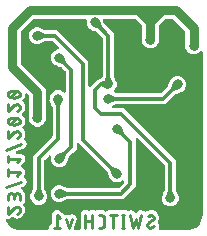
<source format=gbr>
G04 EAGLE Gerber RS-274X export*
G75*
%MOMM*%
%FSLAX34Y34*%
%LPD*%
%INBottom Copper*%
%IPPOS*%
%AMOC8*
5,1,8,0,0,1.08239X$1,22.5*%
G01*
%ADD10C,0.228600*%
%ADD11C,0.800000*%
%ADD12C,0.304800*%
%ADD13C,0.800000*%

G36*
X39641Y3826D02*
X39641Y3826D01*
X39759Y3833D01*
X39798Y3846D01*
X39838Y3851D01*
X39949Y3894D01*
X40062Y3931D01*
X40096Y3953D01*
X40134Y3968D01*
X40230Y4037D01*
X40330Y4101D01*
X40358Y4131D01*
X40391Y4154D01*
X40467Y4246D01*
X40548Y4333D01*
X40568Y4368D01*
X40594Y4399D01*
X40644Y4507D01*
X40702Y4611D01*
X40712Y4651D01*
X40729Y4687D01*
X40752Y4804D01*
X40781Y4919D01*
X40785Y4979D01*
X40789Y4999D01*
X40788Y5020D01*
X40792Y5080D01*
X40792Y7879D01*
X43313Y10400D01*
X43373Y10479D01*
X43441Y10551D01*
X43470Y10604D01*
X43508Y10652D01*
X43547Y10743D01*
X43595Y10829D01*
X43610Y10888D01*
X43634Y10943D01*
X43649Y11041D01*
X43674Y11137D01*
X43681Y11237D01*
X43684Y11258D01*
X43683Y11270D01*
X43684Y11298D01*
X43684Y16255D01*
X43683Y16269D01*
X43677Y16395D01*
X43514Y17856D01*
X43572Y17951D01*
X43581Y17979D01*
X43595Y18004D01*
X43627Y18130D01*
X43666Y18255D01*
X43667Y18275D01*
X44698Y19307D01*
X44707Y19319D01*
X44792Y19412D01*
X45710Y20560D01*
X45819Y20586D01*
X45844Y20600D01*
X45872Y20608D01*
X45984Y20674D01*
X46099Y20735D01*
X46115Y20749D01*
X47574Y20749D01*
X47588Y20751D01*
X47714Y20756D01*
X49175Y20919D01*
X49270Y20861D01*
X49298Y20852D01*
X49323Y20838D01*
X49449Y20806D01*
X49574Y20768D01*
X49595Y20767D01*
X50626Y19735D01*
X50638Y19726D01*
X50731Y19641D01*
X53583Y17360D01*
X53645Y17321D01*
X53703Y17275D01*
X53781Y17239D01*
X53854Y17194D01*
X53924Y17172D01*
X53991Y17141D01*
X54076Y17126D01*
X54158Y17100D01*
X54232Y17097D01*
X54304Y17084D01*
X54390Y17090D01*
X54476Y17086D01*
X54548Y17101D01*
X54621Y17106D01*
X54777Y17147D01*
X56171Y17611D01*
X57595Y16899D01*
X57624Y16889D01*
X57649Y16874D01*
X57773Y16836D01*
X57895Y16793D01*
X57925Y16791D01*
X57954Y16782D01*
X58084Y16777D01*
X58212Y16766D01*
X58242Y16771D01*
X58271Y16769D01*
X58398Y16797D01*
X58526Y16818D01*
X58553Y16830D01*
X58582Y16836D01*
X58731Y16899D01*
X60156Y17611D01*
X63450Y16513D01*
X65003Y13407D01*
X62715Y6544D01*
X62714Y6535D01*
X62710Y6527D01*
X62683Y6381D01*
X62653Y6232D01*
X62654Y6223D01*
X62652Y6215D01*
X62663Y6065D01*
X62671Y5915D01*
X62674Y5906D01*
X62674Y5897D01*
X62692Y5829D01*
X62602Y5648D01*
X62570Y5558D01*
X62530Y5473D01*
X62518Y5409D01*
X62496Y5348D01*
X62488Y5253D01*
X62470Y5160D01*
X62474Y5096D01*
X62469Y5031D01*
X62484Y4937D01*
X62490Y4843D01*
X62510Y4781D01*
X62521Y4717D01*
X62559Y4630D01*
X62588Y4541D01*
X62623Y4486D01*
X62649Y4426D01*
X62708Y4352D01*
X62758Y4272D01*
X62806Y4227D01*
X62846Y4176D01*
X62921Y4119D01*
X62990Y4054D01*
X63047Y4022D01*
X63099Y3983D01*
X63186Y3946D01*
X63268Y3900D01*
X63331Y3884D01*
X63391Y3859D01*
X63485Y3845D01*
X63576Y3821D01*
X63687Y3814D01*
X63706Y3811D01*
X63716Y3812D01*
X63737Y3811D01*
X66573Y3811D01*
X66692Y3826D01*
X66810Y3833D01*
X66849Y3846D01*
X66889Y3851D01*
X67000Y3894D01*
X67113Y3931D01*
X67147Y3953D01*
X67185Y3968D01*
X67281Y4037D01*
X67381Y4101D01*
X67409Y4131D01*
X67442Y4154D01*
X67518Y4246D01*
X67599Y4333D01*
X67619Y4368D01*
X67645Y4399D01*
X67695Y4507D01*
X67753Y4611D01*
X67763Y4651D01*
X67780Y4687D01*
X67803Y4804D01*
X67832Y4919D01*
X67836Y4979D01*
X67840Y4999D01*
X67839Y5020D01*
X67843Y5080D01*
X67843Y18293D01*
X70298Y20749D01*
X73771Y20749D01*
X74030Y20490D01*
X74124Y20417D01*
X74213Y20338D01*
X74249Y20320D01*
X74281Y20295D01*
X74390Y20247D01*
X74496Y20193D01*
X74535Y20185D01*
X74573Y20168D01*
X74691Y20150D01*
X74806Y20124D01*
X74847Y20125D01*
X74887Y20119D01*
X75006Y20130D01*
X75124Y20133D01*
X75163Y20145D01*
X75203Y20148D01*
X75315Y20189D01*
X75430Y20222D01*
X75465Y20242D01*
X75503Y20256D01*
X75601Y20323D01*
X75704Y20383D01*
X75749Y20423D01*
X75766Y20435D01*
X75779Y20450D01*
X75825Y20490D01*
X76084Y20749D01*
X79556Y20749D01*
X79588Y20717D01*
X79682Y20644D01*
X79771Y20565D01*
X79807Y20547D01*
X79839Y20522D01*
X79949Y20474D01*
X80055Y20420D01*
X80094Y20412D01*
X80131Y20395D01*
X80249Y20377D01*
X80365Y20351D01*
X80405Y20352D01*
X80445Y20346D01*
X80564Y20357D01*
X80683Y20360D01*
X80722Y20372D01*
X80762Y20375D01*
X80874Y20416D01*
X80988Y20449D01*
X81023Y20469D01*
X81061Y20483D01*
X81160Y20550D01*
X81262Y20610D01*
X81307Y20650D01*
X81324Y20662D01*
X81338Y20677D01*
X81383Y20717D01*
X81415Y20749D01*
X83204Y20749D01*
X85466Y20749D01*
X86443Y20749D01*
X87226Y20749D01*
X87317Y20688D01*
X87325Y20682D01*
X87329Y20680D01*
X87337Y20675D01*
X88688Y19895D01*
X88791Y19851D01*
X88891Y19800D01*
X88937Y19790D01*
X88981Y19772D01*
X89092Y19755D01*
X89202Y19731D01*
X89249Y19732D01*
X89295Y19725D01*
X89407Y19737D01*
X89520Y19740D01*
X89565Y19753D01*
X89612Y19758D01*
X89717Y19797D01*
X89825Y19829D01*
X89866Y19853D01*
X89910Y19869D01*
X90002Y19933D01*
X90099Y19990D01*
X90153Y20038D01*
X90171Y20050D01*
X90183Y20064D01*
X90220Y20097D01*
X90872Y20749D01*
X106778Y20749D01*
X106834Y20705D01*
X106889Y20649D01*
X106959Y20608D01*
X107023Y20558D01*
X107095Y20527D01*
X107163Y20487D01*
X107241Y20464D01*
X107315Y20432D01*
X107392Y20419D01*
X107468Y20397D01*
X107549Y20395D01*
X107629Y20382D01*
X107707Y20389D01*
X107786Y20387D01*
X107945Y20411D01*
X110708Y21026D01*
X113870Y19014D01*
X113870Y19013D01*
X113871Y19013D01*
X114018Y18944D01*
X114157Y18878D01*
X114158Y18878D01*
X114159Y18877D01*
X114317Y18847D01*
X114469Y18818D01*
X114470Y18818D01*
X114471Y18818D01*
X114631Y18828D01*
X114787Y18837D01*
X114788Y18838D01*
X114789Y18838D01*
X114949Y18890D01*
X115089Y18935D01*
X115090Y18936D01*
X115091Y18936D01*
X115232Y19014D01*
X118394Y21026D01*
X121798Y20269D01*
X121823Y20239D01*
X121896Y20140D01*
X121924Y20117D01*
X121947Y20089D01*
X122047Y20017D01*
X122142Y19939D01*
X122175Y19924D01*
X122205Y19903D01*
X122319Y19857D01*
X122431Y19806D01*
X122467Y19799D01*
X122501Y19786D01*
X122623Y19770D01*
X122744Y19748D01*
X122780Y19751D01*
X122816Y19746D01*
X122938Y19762D01*
X123061Y19770D01*
X123113Y19784D01*
X123132Y19786D01*
X123151Y19794D01*
X123217Y19811D01*
X125217Y20478D01*
X125266Y20502D01*
X125318Y20517D01*
X125409Y20570D01*
X125503Y20616D01*
X125545Y20651D01*
X125592Y20678D01*
X125672Y20749D01*
X129173Y20749D01*
X129264Y20688D01*
X129273Y20682D01*
X129277Y20680D01*
X129285Y20675D01*
X132176Y19005D01*
X133845Y16114D01*
X133897Y16046D01*
X133919Y16008D01*
X133919Y12486D01*
X133854Y12388D01*
X133846Y12377D01*
X133844Y12371D01*
X133836Y12360D01*
X133351Y11511D01*
X133308Y11407D01*
X133257Y11307D01*
X133247Y11261D01*
X133229Y11217D01*
X133213Y11106D01*
X133189Y10996D01*
X133190Y10949D01*
X133184Y10902D01*
X133196Y10791D01*
X133200Y10679D01*
X133213Y10633D01*
X133218Y10586D01*
X133258Y10481D01*
X133290Y10373D01*
X133314Y10333D01*
X133330Y10288D01*
X133395Y10197D01*
X133452Y10100D01*
X133500Y10046D01*
X133513Y10028D01*
X133527Y10016D01*
X133559Y9980D01*
X134201Y9343D01*
X134216Y5843D01*
X134148Y5761D01*
X134138Y5740D01*
X134124Y5722D01*
X134070Y5596D01*
X134012Y5473D01*
X134008Y5450D01*
X133999Y5429D01*
X133978Y5294D01*
X133952Y5160D01*
X133954Y5138D01*
X133950Y5115D01*
X133964Y4979D01*
X133972Y4843D01*
X133979Y4821D01*
X133981Y4799D01*
X134028Y4670D01*
X134070Y4541D01*
X134082Y4521D01*
X134090Y4500D01*
X134167Y4387D01*
X134240Y4272D01*
X134257Y4256D01*
X134270Y4237D01*
X134373Y4147D01*
X134472Y4054D01*
X134492Y4043D01*
X134509Y4028D01*
X134631Y3966D01*
X134750Y3900D01*
X134773Y3895D01*
X134793Y3884D01*
X134927Y3855D01*
X135058Y3821D01*
X135090Y3819D01*
X135104Y3816D01*
X135125Y3817D01*
X135219Y3811D01*
X157929Y3811D01*
X157949Y3813D01*
X158053Y3817D01*
X160393Y4047D01*
X160496Y4071D01*
X160602Y4086D01*
X160681Y4113D01*
X160703Y4118D01*
X160717Y4125D01*
X160754Y4138D01*
X165077Y5928D01*
X165085Y5933D01*
X165094Y5935D01*
X165223Y6012D01*
X165353Y6086D01*
X165359Y6092D01*
X165367Y6097D01*
X165488Y6203D01*
X168797Y9512D01*
X168802Y9519D01*
X168810Y9525D01*
X168900Y9644D01*
X168992Y9763D01*
X168995Y9772D01*
X169001Y9779D01*
X169072Y9923D01*
X170862Y14246D01*
X170890Y14348D01*
X170927Y14448D01*
X170940Y14532D01*
X170946Y14553D01*
X170946Y14569D01*
X170953Y14607D01*
X171183Y16947D01*
X171183Y16966D01*
X171189Y17071D01*
X171189Y154407D01*
X171172Y154545D01*
X171159Y154683D01*
X171152Y154702D01*
X171149Y154722D01*
X171099Y154851D01*
X171051Y154982D01*
X171040Y154999D01*
X171032Y155018D01*
X170951Y155130D01*
X170873Y155245D01*
X170857Y155259D01*
X170846Y155275D01*
X170738Y155364D01*
X170634Y155456D01*
X170616Y155465D01*
X170601Y155478D01*
X170475Y155537D01*
X170351Y155600D01*
X170331Y155605D01*
X170313Y155614D01*
X170176Y155640D01*
X170041Y155670D01*
X170020Y155670D01*
X170001Y155673D01*
X169862Y155665D01*
X169723Y155660D01*
X169703Y155655D01*
X169683Y155654D01*
X169551Y155611D01*
X169417Y155572D01*
X169400Y155562D01*
X169381Y155556D01*
X169263Y155481D01*
X169143Y155411D01*
X169122Y155392D01*
X169112Y155385D01*
X169098Y155370D01*
X169023Y155304D01*
X167743Y154024D01*
X165152Y152951D01*
X162348Y152951D01*
X159757Y154024D01*
X157774Y156007D01*
X156701Y158598D01*
X156701Y171555D01*
X156689Y171653D01*
X156686Y171752D01*
X156669Y171810D01*
X156661Y171870D01*
X156625Y171962D01*
X156597Y172057D01*
X156567Y172109D01*
X156544Y172166D01*
X156486Y172246D01*
X156436Y172331D01*
X156370Y172407D01*
X156358Y172423D01*
X156348Y172431D01*
X156330Y172452D01*
X146202Y182580D01*
X146124Y182640D01*
X146052Y182708D01*
X145999Y182737D01*
X145951Y182774D01*
X145860Y182814D01*
X145773Y182862D01*
X145715Y182877D01*
X145659Y182901D01*
X145561Y182916D01*
X145465Y182941D01*
X145365Y182947D01*
X145345Y182951D01*
X145333Y182949D01*
X145305Y182951D01*
X140445Y182951D01*
X140347Y182939D01*
X140248Y182936D01*
X140190Y182919D01*
X140130Y182911D01*
X140038Y182875D01*
X139943Y182847D01*
X139891Y182817D01*
X139834Y182794D01*
X139754Y182736D01*
X139669Y182686D01*
X139593Y182620D01*
X139577Y182608D01*
X139569Y182598D01*
X139548Y182580D01*
X134420Y177452D01*
X134360Y177374D01*
X134292Y177302D01*
X134263Y177249D01*
X134226Y177201D01*
X134186Y177110D01*
X134138Y177023D01*
X134123Y176965D01*
X134099Y176909D01*
X134084Y176811D01*
X134059Y176715D01*
X134053Y176615D01*
X134049Y176595D01*
X134051Y176583D01*
X134049Y176555D01*
X134049Y163598D01*
X132976Y161007D01*
X130993Y159024D01*
X128402Y157951D01*
X125598Y157951D01*
X123007Y159024D01*
X121024Y161007D01*
X119951Y163598D01*
X119951Y176555D01*
X119939Y176653D01*
X119936Y176752D01*
X119919Y176810D01*
X119911Y176870D01*
X119875Y176962D01*
X119847Y177057D01*
X119817Y177110D01*
X119794Y177166D01*
X119736Y177246D01*
X119686Y177331D01*
X119620Y177407D01*
X119608Y177423D01*
X119598Y177431D01*
X119580Y177452D01*
X114452Y182580D01*
X114374Y182640D01*
X114302Y182708D01*
X114249Y182737D01*
X114201Y182774D01*
X114110Y182814D01*
X114023Y182862D01*
X113965Y182877D01*
X113909Y182901D01*
X113811Y182916D01*
X113715Y182941D01*
X113615Y182947D01*
X113595Y182951D01*
X113583Y182949D01*
X113555Y182951D01*
X88307Y182951D01*
X88257Y182945D01*
X88207Y182947D01*
X88099Y182925D01*
X87991Y182911D01*
X87944Y182893D01*
X87895Y182883D01*
X87797Y182835D01*
X87695Y182794D01*
X87655Y182765D01*
X87610Y182743D01*
X87526Y182672D01*
X87438Y182608D01*
X87406Y182569D01*
X87368Y182536D01*
X87305Y182447D01*
X87235Y182363D01*
X87214Y182317D01*
X87185Y182276D01*
X87146Y182174D01*
X87100Y182075D01*
X87090Y182026D01*
X87072Y181979D01*
X87060Y181870D01*
X87040Y181763D01*
X87043Y181712D01*
X87037Y181662D01*
X87049Y181583D01*
X87049Y181514D01*
X87067Y181367D01*
X87069Y181352D01*
X87074Y181269D01*
X87080Y181251D01*
X87083Y181221D01*
X87088Y181205D01*
X87089Y181198D01*
X87094Y181184D01*
X87130Y181067D01*
X88078Y178549D01*
X88092Y178522D01*
X88100Y178493D01*
X88166Y178382D01*
X88226Y178268D01*
X88247Y178245D01*
X88262Y178219D01*
X88368Y178099D01*
X95823Y170644D01*
X95823Y134762D01*
X95827Y134732D01*
X95824Y134702D01*
X95846Y134574D01*
X95863Y134446D01*
X95874Y134418D01*
X95879Y134388D01*
X95936Y134238D01*
X97046Y131788D01*
X97124Y131661D01*
X97198Y131535D01*
X97209Y131523D01*
X97212Y131517D01*
X97218Y131511D01*
X97710Y130324D01*
X97716Y130313D01*
X97726Y130286D01*
X97857Y129998D01*
X97857Y129997D01*
X98452Y128684D01*
X98380Y128492D01*
X98346Y128348D01*
X98309Y128205D01*
X98308Y128190D01*
X98306Y128183D01*
X98306Y128167D01*
X98299Y128045D01*
X98299Y126098D01*
X97226Y123507D01*
X96405Y122687D01*
X96388Y122664D01*
X96366Y122645D01*
X96290Y122538D01*
X96211Y122436D01*
X96199Y122409D01*
X96182Y122386D01*
X96136Y122264D01*
X96084Y122144D01*
X96080Y122115D01*
X96069Y122088D01*
X96055Y121959D01*
X96034Y121830D01*
X96037Y121801D01*
X96034Y121772D01*
X96052Y121644D01*
X96064Y121513D01*
X96074Y121486D01*
X96078Y121457D01*
X96128Y121337D01*
X96172Y121214D01*
X96188Y121190D01*
X96199Y121163D01*
X96277Y121059D01*
X96350Y120951D01*
X96372Y120932D01*
X96389Y120909D01*
X96491Y120827D01*
X96589Y120740D01*
X96614Y120727D01*
X96637Y120709D01*
X96779Y120633D01*
X97988Y120086D01*
X98017Y120077D01*
X98043Y120062D01*
X98168Y120030D01*
X98292Y119992D01*
X98322Y119990D01*
X98351Y119983D01*
X98512Y119973D01*
X135480Y119973D01*
X135578Y119985D01*
X135677Y119988D01*
X135736Y120005D01*
X135796Y120013D01*
X135888Y120049D01*
X135983Y120077D01*
X136035Y120107D01*
X136091Y120130D01*
X136171Y120188D01*
X136257Y120238D01*
X136332Y120304D01*
X136349Y120316D01*
X136357Y120326D01*
X136378Y120344D01*
X141632Y125599D01*
X141650Y125622D01*
X141673Y125642D01*
X141747Y125748D01*
X141827Y125850D01*
X141839Y125878D01*
X141856Y125902D01*
X141922Y126049D01*
X142870Y128567D01*
X142904Y128710D01*
X142941Y128853D01*
X142942Y128869D01*
X142944Y128876D01*
X142944Y128884D01*
X143435Y130071D01*
X143439Y130083D01*
X143451Y130109D01*
X143878Y131246D01*
X144070Y131756D01*
X144257Y131840D01*
X144383Y131918D01*
X144510Y131993D01*
X144521Y132003D01*
X144528Y132007D01*
X144539Y132018D01*
X144631Y132099D01*
X146007Y133476D01*
X148598Y134549D01*
X151402Y134549D01*
X153993Y133476D01*
X155976Y131493D01*
X157049Y128902D01*
X157049Y126098D01*
X155976Y123507D01*
X154599Y122131D01*
X154508Y122014D01*
X154416Y121899D01*
X154408Y121885D01*
X154404Y121879D01*
X154398Y121865D01*
X154340Y121757D01*
X154256Y121570D01*
X153746Y121378D01*
X152610Y120951D01*
X152599Y120945D01*
X152571Y120935D01*
X151354Y120431D01*
X151221Y120417D01*
X151206Y120412D01*
X151198Y120411D01*
X151184Y120406D01*
X151067Y120370D01*
X148549Y119422D01*
X148522Y119408D01*
X148493Y119400D01*
X148382Y119334D01*
X148268Y119274D01*
X148245Y119253D01*
X148219Y119238D01*
X148099Y119132D01*
X142844Y113878D01*
X139794Y110827D01*
X98512Y110827D01*
X98482Y110823D01*
X98452Y110826D01*
X98324Y110804D01*
X98196Y110787D01*
X98168Y110776D01*
X98138Y110771D01*
X97988Y110714D01*
X95537Y109604D01*
X95412Y109527D01*
X95284Y109452D01*
X95273Y109441D01*
X95267Y109438D01*
X95256Y109426D01*
X95164Y109345D01*
X95108Y109289D01*
X95078Y109268D01*
X95021Y109199D01*
X94957Y109138D01*
X94920Y109077D01*
X94875Y109023D01*
X94837Y108942D01*
X94791Y108867D01*
X94770Y108799D01*
X94739Y108735D01*
X94723Y108648D01*
X94696Y108563D01*
X94693Y108492D01*
X94680Y108422D01*
X94685Y108334D01*
X94681Y108245D01*
X94695Y108176D01*
X94699Y108105D01*
X94727Y108021D01*
X94744Y107934D01*
X94776Y107870D01*
X94797Y107803D01*
X94845Y107728D01*
X94884Y107648D01*
X94930Y107594D01*
X94968Y107534D01*
X95032Y107473D01*
X95090Y107405D01*
X95148Y107365D01*
X95199Y107316D01*
X95277Y107273D01*
X95349Y107222D01*
X95416Y107197D01*
X95478Y107162D01*
X95563Y107140D01*
X95646Y107109D01*
X95717Y107101D01*
X95786Y107083D01*
X95946Y107073D01*
X104394Y107073D01*
X148323Y63144D01*
X148323Y38512D01*
X148327Y38482D01*
X148324Y38452D01*
X148346Y38324D01*
X148363Y38196D01*
X148374Y38168D01*
X148379Y38138D01*
X148436Y37988D01*
X149546Y35537D01*
X149623Y35412D01*
X149698Y35284D01*
X149709Y35273D01*
X149712Y35267D01*
X149718Y35261D01*
X150210Y34074D01*
X150216Y34063D01*
X150226Y34036D01*
X150357Y33747D01*
X150952Y32434D01*
X150880Y32242D01*
X150846Y32098D01*
X150809Y31955D01*
X150808Y31940D01*
X150806Y31933D01*
X150806Y31917D01*
X150799Y31795D01*
X150799Y29848D01*
X149726Y27257D01*
X147743Y25274D01*
X145152Y24201D01*
X142348Y24201D01*
X139757Y25274D01*
X137774Y27257D01*
X136701Y29848D01*
X136701Y31795D01*
X136683Y31941D01*
X136667Y32088D01*
X136662Y32103D01*
X136661Y32110D01*
X136656Y32125D01*
X136620Y32242D01*
X136548Y32434D01*
X137274Y34036D01*
X137278Y34048D01*
X137290Y34075D01*
X137794Y35291D01*
X137878Y35395D01*
X137886Y35409D01*
X137890Y35415D01*
X137897Y35429D01*
X137954Y35537D01*
X139064Y37988D01*
X139073Y38017D01*
X139088Y38043D01*
X139120Y38168D01*
X139158Y38292D01*
X139160Y38322D01*
X139167Y38351D01*
X139177Y38512D01*
X139177Y58830D01*
X139165Y58928D01*
X139162Y59027D01*
X139145Y59086D01*
X139137Y59146D01*
X139101Y59238D01*
X139073Y59333D01*
X139043Y59385D01*
X139020Y59441D01*
X138962Y59521D01*
X138912Y59607D01*
X138846Y59682D01*
X138834Y59699D01*
X138824Y59707D01*
X138806Y59728D01*
X116739Y81794D01*
X116630Y81879D01*
X116523Y81968D01*
X116504Y81976D01*
X116488Y81989D01*
X116360Y82044D01*
X116235Y82103D01*
X116215Y82107D01*
X116196Y82115D01*
X116058Y82137D01*
X115922Y82163D01*
X115902Y82162D01*
X115882Y82165D01*
X115743Y82152D01*
X115605Y82143D01*
X115586Y82137D01*
X115566Y82135D01*
X115434Y82088D01*
X115303Y82045D01*
X115285Y82034D01*
X115266Y82027D01*
X115151Y81949D01*
X115034Y81875D01*
X115020Y81860D01*
X115003Y81849D01*
X114911Y81745D01*
X114816Y81643D01*
X114806Y81626D01*
X114793Y81610D01*
X114729Y81487D01*
X114662Y81365D01*
X114657Y81345D01*
X114648Y81327D01*
X114618Y81191D01*
X114583Y81057D01*
X114581Y81029D01*
X114578Y81017D01*
X114579Y80996D01*
X114573Y80896D01*
X114573Y41288D01*
X103712Y30427D01*
X57262Y30427D01*
X57232Y30423D01*
X57202Y30426D01*
X57074Y30404D01*
X56946Y30387D01*
X56918Y30376D01*
X56888Y30371D01*
X56738Y30314D01*
X54288Y29204D01*
X54162Y29127D01*
X54035Y29052D01*
X54023Y29041D01*
X54017Y29038D01*
X54011Y29032D01*
X52824Y28540D01*
X52813Y28534D01*
X52786Y28524D01*
X51184Y27798D01*
X50992Y27870D01*
X50848Y27904D01*
X50705Y27941D01*
X50690Y27942D01*
X50683Y27944D01*
X50667Y27944D01*
X50545Y27951D01*
X48598Y27951D01*
X46007Y29024D01*
X44024Y31007D01*
X42951Y33598D01*
X42951Y36402D01*
X44024Y38993D01*
X46007Y40976D01*
X48598Y42049D01*
X50545Y42049D01*
X50691Y42067D01*
X50838Y42083D01*
X50853Y42088D01*
X50860Y42089D01*
X50875Y42094D01*
X50992Y42130D01*
X51184Y42202D01*
X52497Y41607D01*
X52785Y41477D01*
X52797Y41473D01*
X52823Y41460D01*
X54041Y40956D01*
X54145Y40872D01*
X54159Y40864D01*
X54165Y40860D01*
X54179Y40853D01*
X54288Y40796D01*
X56738Y39686D01*
X56767Y39677D01*
X56793Y39662D01*
X56918Y39630D01*
X57042Y39592D01*
X57072Y39590D01*
X57101Y39583D01*
X57262Y39573D01*
X99398Y39573D01*
X99496Y39585D01*
X99595Y39588D01*
X99653Y39605D01*
X99713Y39613D01*
X99805Y39649D01*
X99900Y39677D01*
X99953Y39707D01*
X100009Y39730D01*
X100089Y39788D01*
X100174Y39838D01*
X100250Y39904D01*
X100266Y39916D01*
X100274Y39926D01*
X100295Y39944D01*
X104261Y43910D01*
X104304Y43965D01*
X104354Y44014D01*
X104400Y44090D01*
X104456Y44161D01*
X104483Y44225D01*
X104520Y44285D01*
X104546Y44371D01*
X104582Y44453D01*
X104593Y44522D01*
X104613Y44589D01*
X104618Y44678D01*
X104632Y44767D01*
X104625Y44837D01*
X104629Y44906D01*
X104610Y44994D01*
X104602Y45084D01*
X104578Y45150D01*
X104564Y45218D01*
X104525Y45298D01*
X104494Y45383D01*
X104455Y45441D01*
X104425Y45504D01*
X104366Y45572D01*
X104316Y45646D01*
X104263Y45693D01*
X104218Y45746D01*
X104145Y45797D01*
X104077Y45857D01*
X104015Y45889D01*
X103958Y45929D01*
X103874Y45961D01*
X103794Y46001D01*
X103726Y46017D01*
X103661Y46041D01*
X103571Y46051D01*
X103484Y46071D01*
X103414Y46069D01*
X103345Y46077D01*
X103256Y46064D01*
X103166Y46061D01*
X103099Y46042D01*
X103030Y46032D01*
X102877Y45980D01*
X100152Y44851D01*
X97348Y44851D01*
X94757Y45924D01*
X93381Y47301D01*
X93263Y47392D01*
X93149Y47484D01*
X93135Y47491D01*
X93129Y47496D01*
X93115Y47502D01*
X93007Y47560D01*
X92820Y47644D01*
X92201Y49291D01*
X92195Y49302D01*
X92185Y49329D01*
X91681Y50546D01*
X91667Y50679D01*
X91662Y50694D01*
X91661Y50702D01*
X91656Y50716D01*
X91620Y50833D01*
X91301Y51681D01*
X90672Y53351D01*
X90658Y53378D01*
X90650Y53407D01*
X90584Y53518D01*
X90524Y53632D01*
X90504Y53655D01*
X90488Y53681D01*
X90382Y53801D01*
X68478Y75706D01*
X66739Y77444D01*
X66630Y77529D01*
X66523Y77618D01*
X66504Y77626D01*
X66488Y77639D01*
X66360Y77694D01*
X66235Y77753D01*
X66215Y77757D01*
X66196Y77765D01*
X66058Y77787D01*
X65922Y77813D01*
X65902Y77812D01*
X65882Y77815D01*
X65743Y77802D01*
X65605Y77793D01*
X65586Y77787D01*
X65566Y77785D01*
X65434Y77738D01*
X65303Y77695D01*
X65285Y77684D01*
X65266Y77677D01*
X65151Y77599D01*
X65034Y77525D01*
X65020Y77510D01*
X65003Y77499D01*
X64911Y77395D01*
X64816Y77293D01*
X64806Y77276D01*
X64793Y77260D01*
X64729Y77136D01*
X64662Y77015D01*
X64657Y76995D01*
X64648Y76977D01*
X64618Y76841D01*
X64583Y76707D01*
X64581Y76679D01*
X64578Y76667D01*
X64579Y76646D01*
X64573Y76546D01*
X64573Y72706D01*
X61522Y69656D01*
X58368Y66501D01*
X58350Y66477D01*
X58327Y66458D01*
X58253Y66352D01*
X58173Y66250D01*
X58161Y66222D01*
X58144Y66198D01*
X58078Y66051D01*
X57449Y64381D01*
X57130Y63533D01*
X57096Y63389D01*
X57059Y63247D01*
X57058Y63231D01*
X57056Y63224D01*
X57056Y63216D01*
X56564Y62028D01*
X56561Y62016D01*
X56549Y61990D01*
X55930Y60344D01*
X55743Y60260D01*
X55617Y60182D01*
X55490Y60107D01*
X55479Y60097D01*
X55472Y60093D01*
X55461Y60082D01*
X55369Y60001D01*
X53993Y58624D01*
X51402Y57551D01*
X48598Y57551D01*
X46007Y58624D01*
X44024Y60607D01*
X42951Y63198D01*
X42951Y66136D01*
X42934Y66274D01*
X42921Y66412D01*
X42914Y66432D01*
X42911Y66452D01*
X42860Y66580D01*
X42813Y66712D01*
X42802Y66728D01*
X42794Y66747D01*
X42713Y66860D01*
X42635Y66975D01*
X42619Y66988D01*
X42608Y67005D01*
X42500Y67093D01*
X42396Y67185D01*
X42378Y67194D01*
X42363Y67207D01*
X42237Y67267D01*
X42113Y67330D01*
X42093Y67334D01*
X42075Y67343D01*
X41939Y67369D01*
X41803Y67400D01*
X41782Y67399D01*
X41763Y67403D01*
X41624Y67394D01*
X41485Y67390D01*
X41465Y67384D01*
X41445Y67383D01*
X41313Y67340D01*
X41179Y67301D01*
X41162Y67291D01*
X41143Y67285D01*
X41025Y67210D01*
X40905Y67140D01*
X40884Y67121D01*
X40874Y67115D01*
X40860Y67100D01*
X40785Y67034D01*
X37444Y63693D01*
X37384Y63615D01*
X37316Y63543D01*
X37287Y63490D01*
X37250Y63442D01*
X37210Y63351D01*
X37162Y63265D01*
X37147Y63206D01*
X37123Y63150D01*
X37108Y63052D01*
X37083Y62957D01*
X37077Y62857D01*
X37073Y62836D01*
X37075Y62824D01*
X37073Y62796D01*
X37073Y39762D01*
X37077Y39732D01*
X37074Y39702D01*
X37096Y39574D01*
X37113Y39446D01*
X37124Y39418D01*
X37129Y39388D01*
X37186Y39238D01*
X38296Y36788D01*
X38373Y36661D01*
X38448Y36534D01*
X38459Y36523D01*
X38462Y36517D01*
X38468Y36511D01*
X38960Y35324D01*
X38966Y35313D01*
X38976Y35286D01*
X39107Y34997D01*
X39702Y33684D01*
X39630Y33492D01*
X39596Y33348D01*
X39559Y33205D01*
X39558Y33190D01*
X39556Y33183D01*
X39556Y33167D01*
X39549Y33045D01*
X39549Y31098D01*
X38476Y28507D01*
X36493Y26524D01*
X33902Y25451D01*
X31098Y25451D01*
X28507Y26524D01*
X26524Y28507D01*
X25451Y31098D01*
X25451Y33045D01*
X25433Y33191D01*
X25431Y33208D01*
X25429Y33240D01*
X25427Y33247D01*
X25417Y33338D01*
X25412Y33353D01*
X25411Y33360D01*
X25406Y33375D01*
X25370Y33492D01*
X25298Y33684D01*
X26024Y35286D01*
X26028Y35298D01*
X26040Y35325D01*
X26544Y36541D01*
X26628Y36645D01*
X26636Y36659D01*
X26640Y36665D01*
X26646Y36679D01*
X26704Y36787D01*
X27814Y39238D01*
X27823Y39267D01*
X27838Y39293D01*
X27870Y39418D01*
X27908Y39542D01*
X27910Y39572D01*
X27917Y39601D01*
X27927Y39762D01*
X27927Y67110D01*
X43806Y82988D01*
X43866Y83066D01*
X43934Y83139D01*
X43963Y83192D01*
X44000Y83239D01*
X44040Y83330D01*
X44088Y83417D01*
X44103Y83476D01*
X44127Y83531D01*
X44142Y83629D01*
X44167Y83725D01*
X44173Y83825D01*
X44177Y83845D01*
X44175Y83858D01*
X44177Y83886D01*
X44177Y108138D01*
X44173Y108168D01*
X44176Y108198D01*
X44154Y108326D01*
X44137Y108454D01*
X44126Y108482D01*
X44121Y108512D01*
X44064Y108662D01*
X42954Y111113D01*
X42877Y111238D01*
X42802Y111366D01*
X42791Y111377D01*
X42787Y111384D01*
X42782Y111389D01*
X42291Y112575D01*
X42285Y112586D01*
X42274Y112613D01*
X41548Y114216D01*
X41620Y114408D01*
X41654Y114552D01*
X41691Y114695D01*
X41692Y114710D01*
X41694Y114717D01*
X41694Y114733D01*
X41701Y114855D01*
X41701Y116802D01*
X42774Y119393D01*
X44757Y121376D01*
X47348Y122449D01*
X50152Y122449D01*
X52743Y121376D01*
X53261Y120858D01*
X53370Y120773D01*
X53477Y120684D01*
X53496Y120675D01*
X53512Y120663D01*
X53640Y120608D01*
X53765Y120548D01*
X53785Y120545D01*
X53804Y120537D01*
X53942Y120515D01*
X54078Y120489D01*
X54098Y120490D01*
X54118Y120487D01*
X54257Y120500D01*
X54395Y120508D01*
X54414Y120515D01*
X54434Y120517D01*
X54565Y120564D01*
X54697Y120606D01*
X54715Y120617D01*
X54734Y120624D01*
X54848Y120702D01*
X54966Y120777D01*
X54980Y120791D01*
X54997Y120803D01*
X55089Y120907D01*
X55184Y121008D01*
X55194Y121026D01*
X55207Y121041D01*
X55270Y121165D01*
X55338Y121287D01*
X55343Y121306D01*
X55352Y121324D01*
X55382Y121460D01*
X55417Y121595D01*
X55419Y121623D01*
X55422Y121635D01*
X55421Y121655D01*
X55427Y121755D01*
X55427Y137580D01*
X55415Y137678D01*
X55412Y137777D01*
X55395Y137836D01*
X55387Y137896D01*
X55351Y137988D01*
X55323Y138083D01*
X55293Y138135D01*
X55270Y138191D01*
X55212Y138271D01*
X55162Y138357D01*
X55096Y138432D01*
X55084Y138449D01*
X55074Y138457D01*
X55056Y138478D01*
X51901Y141632D01*
X51878Y141650D01*
X51858Y141673D01*
X51752Y141747D01*
X51650Y141827D01*
X51622Y141839D01*
X51598Y141856D01*
X51451Y141922D01*
X49781Y142551D01*
X48933Y142870D01*
X48790Y142904D01*
X48647Y142941D01*
X48631Y142942D01*
X48624Y142944D01*
X48616Y142944D01*
X47429Y143435D01*
X47417Y143439D01*
X47391Y143451D01*
X45744Y144070D01*
X45660Y144257D01*
X45582Y144383D01*
X45507Y144510D01*
X45497Y144522D01*
X45493Y144528D01*
X45482Y144539D01*
X45401Y144631D01*
X44024Y146007D01*
X42951Y148598D01*
X42951Y151402D01*
X44024Y153993D01*
X46007Y155976D01*
X48664Y157076D01*
X48697Y157079D01*
X48716Y157086D01*
X48736Y157089D01*
X48865Y157140D01*
X48996Y157187D01*
X49013Y157198D01*
X49031Y157206D01*
X49144Y157287D01*
X49259Y157365D01*
X49272Y157381D01*
X49289Y157392D01*
X49378Y157500D01*
X49469Y157604D01*
X49479Y157622D01*
X49492Y157637D01*
X49551Y157763D01*
X49614Y157887D01*
X49619Y157907D01*
X49627Y157925D01*
X49653Y158061D01*
X49684Y158197D01*
X49683Y158218D01*
X49687Y158237D01*
X49678Y158376D01*
X49674Y158515D01*
X49668Y158535D01*
X49667Y158555D01*
X49624Y158687D01*
X49586Y158821D01*
X49575Y158838D01*
X49569Y158857D01*
X49495Y158975D01*
X49424Y159095D01*
X49406Y159116D01*
X49399Y159126D01*
X49384Y159140D01*
X49318Y159215D01*
X44728Y163806D01*
X44649Y163866D01*
X44577Y163934D01*
X44524Y163963D01*
X44476Y164000D01*
X44385Y164040D01*
X44299Y164088D01*
X44240Y164103D01*
X44185Y164127D01*
X44087Y164142D01*
X43991Y164167D01*
X43891Y164173D01*
X43870Y164177D01*
X43858Y164175D01*
X43830Y164177D01*
X38512Y164177D01*
X38482Y164173D01*
X38452Y164176D01*
X38324Y164154D01*
X38196Y164137D01*
X38168Y164126D01*
X38138Y164121D01*
X37988Y164064D01*
X35537Y162954D01*
X35412Y162877D01*
X35284Y162802D01*
X35273Y162791D01*
X35267Y162788D01*
X35261Y162782D01*
X34074Y162290D01*
X34064Y162284D01*
X34036Y162274D01*
X32434Y161548D01*
X32242Y161620D01*
X32098Y161654D01*
X31955Y161691D01*
X31940Y161692D01*
X31933Y161694D01*
X31917Y161694D01*
X31795Y161701D01*
X29848Y161701D01*
X27257Y162774D01*
X25274Y164757D01*
X24201Y167348D01*
X24201Y170152D01*
X25274Y172743D01*
X27257Y174726D01*
X29848Y175799D01*
X31795Y175799D01*
X31941Y175817D01*
X32088Y175833D01*
X32103Y175838D01*
X32110Y175839D01*
X32125Y175844D01*
X32242Y175880D01*
X32434Y175952D01*
X33747Y175357D01*
X34036Y175226D01*
X34048Y175223D01*
X34074Y175210D01*
X35291Y174706D01*
X35395Y174622D01*
X35409Y174614D01*
X35415Y174610D01*
X35429Y174604D01*
X35538Y174546D01*
X37988Y173436D01*
X38017Y173427D01*
X38043Y173412D01*
X38168Y173380D01*
X38292Y173342D01*
X38322Y173340D01*
X38351Y173333D01*
X38512Y173323D01*
X48144Y173323D01*
X74573Y146894D01*
X74573Y126604D01*
X74590Y126466D01*
X74603Y126327D01*
X74610Y126308D01*
X74613Y126288D01*
X74664Y126159D01*
X74711Y126028D01*
X74722Y126011D01*
X74730Y125993D01*
X74811Y125880D01*
X74889Y125765D01*
X74905Y125752D01*
X74916Y125735D01*
X75024Y125646D01*
X75128Y125555D01*
X75146Y125545D01*
X75161Y125532D01*
X75287Y125473D01*
X75411Y125410D01*
X75431Y125405D01*
X75449Y125397D01*
X75586Y125371D01*
X75721Y125340D01*
X75742Y125341D01*
X75761Y125337D01*
X75900Y125346D01*
X76039Y125350D01*
X76059Y125356D01*
X76079Y125357D01*
X76211Y125400D01*
X76345Y125438D01*
X76362Y125449D01*
X76381Y125455D01*
X76499Y125529D01*
X76619Y125600D01*
X76640Y125618D01*
X76650Y125625D01*
X76664Y125640D01*
X76739Y125706D01*
X78478Y127444D01*
X81275Y130242D01*
X81294Y130266D01*
X81317Y130286D01*
X81391Y130391D01*
X81470Y130493D01*
X81482Y130521D01*
X81500Y130546D01*
X81566Y130693D01*
X81667Y130962D01*
X81671Y130966D01*
X81717Y131000D01*
X81781Y131080D01*
X81782Y131081D01*
X82057Y131184D01*
X82084Y131198D01*
X82113Y131207D01*
X82224Y131272D01*
X82339Y131333D01*
X82361Y131353D01*
X82387Y131368D01*
X82508Y131475D01*
X83106Y132073D01*
X83988Y132073D01*
X84018Y132077D01*
X84048Y132074D01*
X84176Y132096D01*
X84304Y132113D01*
X84332Y132124D01*
X84362Y132129D01*
X84512Y132186D01*
X85489Y132628D01*
X85538Y132659D01*
X85592Y132681D01*
X85673Y132742D01*
X85760Y132795D01*
X85800Y132836D01*
X85846Y132871D01*
X85910Y132950D01*
X85981Y133024D01*
X86010Y133074D01*
X86046Y133119D01*
X86121Y133261D01*
X86564Y134238D01*
X86573Y134267D01*
X86588Y134293D01*
X86620Y134418D01*
X86658Y134542D01*
X86660Y134572D01*
X86667Y134601D01*
X86677Y134762D01*
X86677Y166330D01*
X86665Y166428D01*
X86662Y166527D01*
X86645Y166586D01*
X86637Y166646D01*
X86601Y166738D01*
X86573Y166833D01*
X86543Y166885D01*
X86520Y166941D01*
X86462Y167021D01*
X86412Y167107D01*
X86346Y167182D01*
X86334Y167199D01*
X86324Y167207D01*
X86306Y167228D01*
X81901Y171632D01*
X81878Y171650D01*
X81858Y171673D01*
X81752Y171747D01*
X81650Y171827D01*
X81622Y171839D01*
X81598Y171856D01*
X81451Y171922D01*
X79781Y172551D01*
X78933Y172870D01*
X78790Y172904D01*
X78647Y172941D01*
X78631Y172942D01*
X78624Y172944D01*
X78616Y172944D01*
X77429Y173435D01*
X77417Y173439D01*
X77391Y173451D01*
X75744Y174070D01*
X75660Y174257D01*
X75582Y174383D01*
X75507Y174510D01*
X75497Y174522D01*
X75493Y174528D01*
X75482Y174539D01*
X75401Y174631D01*
X74024Y176007D01*
X72951Y178598D01*
X72951Y181555D01*
X72960Y181602D01*
X72953Y181710D01*
X72955Y181820D01*
X72943Y181869D01*
X72940Y181919D01*
X72907Y182023D01*
X72881Y182129D01*
X72858Y182174D01*
X72842Y182221D01*
X72784Y182314D01*
X72733Y182410D01*
X72699Y182448D01*
X72672Y182490D01*
X72592Y182565D01*
X72519Y182646D01*
X72477Y182674D01*
X72441Y182708D01*
X72345Y182761D01*
X72254Y182821D01*
X72206Y182837D01*
X72162Y182862D01*
X72056Y182889D01*
X71953Y182924D01*
X71903Y182929D01*
X71854Y182941D01*
X71693Y182951D01*
X28445Y182951D01*
X28347Y182939D01*
X28248Y182936D01*
X28190Y182919D01*
X28130Y182911D01*
X28038Y182875D01*
X27943Y182847D01*
X27891Y182817D01*
X27834Y182794D01*
X27754Y182736D01*
X27669Y182686D01*
X27593Y182620D01*
X27577Y182608D01*
X27569Y182598D01*
X27548Y182580D01*
X17420Y172452D01*
X17360Y172374D01*
X17292Y172302D01*
X17263Y172249D01*
X17226Y172201D01*
X17186Y172110D01*
X17138Y172023D01*
X17123Y171965D01*
X17099Y171909D01*
X17084Y171811D01*
X17059Y171715D01*
X17053Y171615D01*
X17049Y171595D01*
X17051Y171583D01*
X17049Y171555D01*
X17049Y145945D01*
X17061Y145847D01*
X17064Y145748D01*
X17081Y145690D01*
X17089Y145630D01*
X17125Y145538D01*
X17153Y145443D01*
X17183Y145391D01*
X17206Y145334D01*
X17264Y145254D01*
X17314Y145169D01*
X17380Y145093D01*
X17392Y145077D01*
X17402Y145069D01*
X17420Y145048D01*
X37226Y125243D01*
X38299Y122652D01*
X38299Y97348D01*
X37226Y94757D01*
X35243Y92774D01*
X32652Y91701D01*
X29848Y91701D01*
X27257Y92774D01*
X25274Y94757D01*
X24201Y97348D01*
X24201Y117805D01*
X24189Y117903D01*
X24186Y118002D01*
X24169Y118060D01*
X24161Y118120D01*
X24125Y118212D01*
X24097Y118307D01*
X24067Y118360D01*
X24044Y118416D01*
X23986Y118496D01*
X23936Y118581D01*
X23870Y118657D01*
X23858Y118673D01*
X23848Y118681D01*
X23830Y118702D01*
X22915Y119616D01*
X22806Y119701D01*
X22699Y119790D01*
X22680Y119799D01*
X22664Y119811D01*
X22536Y119866D01*
X22411Y119926D01*
X22391Y119929D01*
X22372Y119937D01*
X22234Y119959D01*
X22098Y119985D01*
X22078Y119984D01*
X22058Y119987D01*
X21919Y119974D01*
X21781Y119966D01*
X21762Y119959D01*
X21742Y119957D01*
X21610Y119910D01*
X21479Y119868D01*
X21461Y119857D01*
X21442Y119850D01*
X21327Y119772D01*
X21210Y119697D01*
X21196Y119683D01*
X21179Y119671D01*
X21087Y119567D01*
X20992Y119466D01*
X20982Y119448D01*
X20969Y119433D01*
X20905Y119309D01*
X20838Y119187D01*
X20833Y119168D01*
X20824Y119150D01*
X20794Y119014D01*
X20759Y118879D01*
X20757Y118851D01*
X20754Y118839D01*
X20755Y118819D01*
X20749Y118719D01*
X20749Y117120D01*
X18896Y114526D01*
X18892Y114519D01*
X18887Y114513D01*
X18817Y114379D01*
X18745Y114246D01*
X18743Y114238D01*
X18739Y114231D01*
X18704Y114083D01*
X18668Y113937D01*
X18668Y113929D01*
X18667Y113922D01*
X18670Y113770D01*
X18671Y113619D01*
X18673Y113612D01*
X18673Y113604D01*
X18713Y113458D01*
X18752Y113312D01*
X18756Y113305D01*
X18758Y113297D01*
X18829Y113153D01*
X20749Y109829D01*
X20749Y106255D01*
X20715Y106211D01*
X20621Y106093D01*
X20616Y106084D01*
X20613Y106080D01*
X20608Y106069D01*
X20546Y105950D01*
X19444Y103476D01*
X18838Y102932D01*
X18807Y102896D01*
X18770Y102865D01*
X18703Y102776D01*
X18630Y102691D01*
X18609Y102648D01*
X18580Y102610D01*
X18538Y102506D01*
X18489Y102407D01*
X18479Y102360D01*
X18461Y102315D01*
X18446Y102205D01*
X18422Y102096D01*
X18424Y102047D01*
X18418Y102000D01*
X18431Y101889D01*
X18435Y101778D01*
X18449Y101732D01*
X18455Y101684D01*
X18495Y101580D01*
X18527Y101473D01*
X18552Y101432D01*
X18569Y101387D01*
X18654Y101250D01*
X20749Y98318D01*
X20749Y94260D01*
X18896Y91666D01*
X18892Y91659D01*
X18887Y91653D01*
X18817Y91520D01*
X18745Y91386D01*
X18743Y91378D01*
X18739Y91371D01*
X18705Y91224D01*
X18668Y91077D01*
X18668Y91069D01*
X18667Y91062D01*
X18670Y90910D01*
X18671Y90759D01*
X18673Y90752D01*
X18673Y90744D01*
X18713Y90599D01*
X18752Y90452D01*
X18756Y90445D01*
X18758Y90437D01*
X18829Y90293D01*
X20749Y86969D01*
X20749Y83395D01*
X20715Y83351D01*
X20621Y83233D01*
X20616Y83224D01*
X20613Y83220D01*
X20608Y83209D01*
X20546Y83090D01*
X19984Y81829D01*
X19953Y81726D01*
X19913Y81625D01*
X19907Y81574D01*
X19892Y81524D01*
X19887Y81417D01*
X19874Y81309D01*
X19881Y81258D01*
X19878Y81207D01*
X19901Y81101D01*
X19915Y80994D01*
X19934Y80946D01*
X19944Y80896D01*
X19992Y80799D01*
X20032Y80698D01*
X20063Y80657D01*
X20086Y80611D01*
X20156Y80529D01*
X20220Y80442D01*
X20260Y80409D01*
X20293Y80370D01*
X20382Y80308D01*
X20465Y80239D01*
X20536Y80201D01*
X20554Y80188D01*
X20570Y80182D01*
X20607Y80162D01*
X21060Y79950D01*
X22247Y76687D01*
X20778Y73540D01*
X13624Y70939D01*
X13538Y70894D01*
X13447Y70858D01*
X13397Y70822D01*
X13342Y70794D01*
X13269Y70729D01*
X13190Y70672D01*
X13150Y70624D01*
X13104Y70583D01*
X13049Y70502D01*
X12987Y70427D01*
X12960Y70370D01*
X12926Y70319D01*
X12893Y70227D01*
X12851Y70139D01*
X12840Y70078D01*
X12819Y70019D01*
X12810Y69922D01*
X12792Y69826D01*
X12795Y69765D01*
X12790Y69703D01*
X12805Y69606D01*
X12811Y69509D01*
X12830Y69450D01*
X12840Y69389D01*
X12879Y69299D01*
X12909Y69207D01*
X12943Y69154D01*
X12967Y69097D01*
X13027Y69020D01*
X13079Y68938D01*
X13125Y68895D01*
X13163Y68846D01*
X13240Y68787D01*
X13311Y68720D01*
X13365Y68690D01*
X13415Y68652D01*
X13504Y68614D01*
X13590Y68566D01*
X13650Y68551D01*
X13707Y68526D01*
X13803Y68511D01*
X13898Y68487D01*
X14001Y68480D01*
X14021Y68477D01*
X14032Y68478D01*
X14058Y68477D01*
X16255Y68477D01*
X16269Y68479D01*
X16395Y68484D01*
X17856Y68647D01*
X17951Y68589D01*
X17979Y68580D01*
X18004Y68566D01*
X18130Y68534D01*
X18255Y68496D01*
X18275Y68495D01*
X19307Y67463D01*
X19319Y67454D01*
X19412Y67369D01*
X20560Y66451D01*
X20586Y66343D01*
X20600Y66317D01*
X20608Y66289D01*
X20674Y66177D01*
X20735Y66062D01*
X20749Y66047D01*
X20749Y64587D01*
X20751Y64573D01*
X20756Y64447D01*
X20919Y62986D01*
X20861Y62891D01*
X20852Y62863D01*
X20838Y62838D01*
X20806Y62712D01*
X20768Y62587D01*
X20767Y62567D01*
X19735Y61535D01*
X19726Y61523D01*
X19641Y61430D01*
X17784Y59109D01*
X17748Y59050D01*
X17704Y58997D01*
X17665Y58915D01*
X17618Y58838D01*
X17598Y58771D01*
X17568Y58709D01*
X17551Y58620D01*
X17525Y58534D01*
X17522Y58464D01*
X17509Y58397D01*
X17514Y58306D01*
X17510Y58216D01*
X17524Y58148D01*
X17528Y58079D01*
X17556Y57993D01*
X17575Y57905D01*
X17605Y57842D01*
X17626Y57777D01*
X17675Y57700D01*
X17714Y57619D01*
X17759Y57566D01*
X17796Y57508D01*
X17862Y57446D01*
X17921Y57377D01*
X17978Y57337D01*
X18028Y57290D01*
X18077Y57263D01*
X19307Y56033D01*
X19319Y56024D01*
X19412Y55939D01*
X20560Y55021D01*
X20586Y54913D01*
X20600Y54887D01*
X20608Y54859D01*
X20674Y54747D01*
X20735Y54632D01*
X20749Y54617D01*
X20749Y53157D01*
X20751Y53143D01*
X20756Y53017D01*
X20919Y51556D01*
X20861Y51461D01*
X20852Y51433D01*
X20838Y51408D01*
X20806Y51282D01*
X20768Y51157D01*
X20767Y51137D01*
X19966Y50336D01*
X19953Y50319D01*
X19936Y50305D01*
X19855Y50194D01*
X19771Y50085D01*
X19763Y50065D01*
X19750Y50047D01*
X19700Y49919D01*
X19645Y49793D01*
X19642Y49772D01*
X19634Y49751D01*
X19617Y49615D01*
X19595Y49479D01*
X19597Y49457D01*
X19594Y49436D01*
X19612Y49300D01*
X19625Y49162D01*
X19632Y49142D01*
X19635Y49120D01*
X19686Y48993D01*
X19733Y48863D01*
X19745Y48845D01*
X19753Y48825D01*
X19834Y48714D01*
X19911Y48600D01*
X19927Y48586D01*
X19940Y48568D01*
X20047Y48480D01*
X20150Y48390D01*
X20169Y48380D01*
X20186Y48366D01*
X20327Y48289D01*
X21060Y47946D01*
X22247Y44683D01*
X20778Y41536D01*
X18494Y40706D01*
X18442Y40679D01*
X18388Y40661D01*
X18302Y40607D01*
X18211Y40560D01*
X18168Y40522D01*
X18119Y40491D01*
X18049Y40417D01*
X17973Y40349D01*
X17941Y40302D01*
X17901Y40259D01*
X17852Y40170D01*
X17795Y40086D01*
X17776Y40031D01*
X17748Y39981D01*
X17722Y39882D01*
X17688Y39786D01*
X17683Y39729D01*
X17669Y39673D01*
X17668Y39571D01*
X17659Y39470D01*
X17668Y39413D01*
X17668Y39355D01*
X17694Y39256D01*
X17710Y39156D01*
X17733Y39103D01*
X17747Y39047D01*
X17796Y38957D01*
X17837Y38864D01*
X17872Y38818D01*
X17900Y38768D01*
X17970Y38693D01*
X18032Y38613D01*
X18078Y38578D01*
X18117Y38536D01*
X18198Y38485D01*
X20749Y34974D01*
X20749Y27652D01*
X19720Y26624D01*
X19651Y26535D01*
X19576Y26451D01*
X19554Y26410D01*
X19525Y26372D01*
X19481Y26269D01*
X19429Y26170D01*
X19418Y26124D01*
X19399Y26081D01*
X19381Y25969D01*
X19356Y25860D01*
X19357Y25813D01*
X19349Y25767D01*
X19360Y25654D01*
X19362Y25542D01*
X19375Y25497D01*
X19379Y25450D01*
X19417Y25344D01*
X19447Y25236D01*
X19479Y25171D01*
X19487Y25151D01*
X19497Y25135D01*
X19519Y25092D01*
X20749Y22961D01*
X20749Y19387D01*
X20714Y19342D01*
X20621Y19225D01*
X20616Y19216D01*
X20613Y19212D01*
X20608Y19201D01*
X20546Y19082D01*
X19444Y16608D01*
X17059Y14464D01*
X15534Y13971D01*
X13882Y13436D01*
X10521Y15152D01*
X10494Y15162D01*
X10470Y15177D01*
X10345Y15216D01*
X10222Y15260D01*
X10194Y15263D01*
X10166Y15272D01*
X10036Y15278D01*
X9906Y15291D01*
X9877Y15286D01*
X9849Y15288D01*
X9720Y15262D01*
X9591Y15241D01*
X9565Y15230D01*
X9537Y15224D01*
X9419Y15167D01*
X9299Y15115D01*
X9277Y15098D01*
X9251Y15085D01*
X9122Y14989D01*
X9026Y14908D01*
X9015Y14895D01*
X9008Y14890D01*
X9003Y14884D01*
X8951Y14838D01*
X7840Y13727D01*
X7835Y13727D01*
X7790Y13709D01*
X7743Y13700D01*
X7643Y13651D01*
X7602Y13635D01*
X6349Y13736D01*
X6249Y13732D01*
X6148Y13736D01*
X6090Y13725D01*
X6032Y13722D01*
X5935Y13693D01*
X5836Y13672D01*
X5784Y13646D01*
X5727Y13629D01*
X5641Y13577D01*
X5551Y13532D01*
X5506Y13494D01*
X5456Y13464D01*
X5386Y13392D01*
X5309Y13326D01*
X5275Y13278D01*
X5234Y13236D01*
X5184Y13149D01*
X5126Y13066D01*
X5105Y13011D01*
X5076Y12960D01*
X5049Y12863D01*
X5013Y12769D01*
X5006Y12710D01*
X4991Y12654D01*
X4989Y12553D01*
X4978Y12453D01*
X4986Y12394D01*
X4985Y12336D01*
X5008Y12238D01*
X5022Y12138D01*
X5053Y12047D01*
X5058Y12026D01*
X5064Y12015D01*
X5074Y11985D01*
X5928Y9923D01*
X5933Y9915D01*
X5935Y9906D01*
X6012Y9777D01*
X6086Y9647D01*
X6092Y9641D01*
X6097Y9633D01*
X6203Y9512D01*
X9512Y6203D01*
X9519Y6198D01*
X9525Y6190D01*
X9644Y6100D01*
X9763Y6008D01*
X9772Y6005D01*
X9779Y5999D01*
X9923Y5928D01*
X14246Y4138D01*
X14348Y4110D01*
X14448Y4073D01*
X14532Y4060D01*
X14553Y4054D01*
X14569Y4054D01*
X14607Y4047D01*
X16947Y3817D01*
X16966Y3817D01*
X17071Y3811D01*
X39522Y3811D01*
X39641Y3826D01*
G37*
D10*
X124231Y8457D02*
X124233Y8364D01*
X124239Y8271D01*
X124248Y8178D01*
X124261Y8086D01*
X124278Y7994D01*
X124298Y7903D01*
X124322Y7813D01*
X124350Y7724D01*
X124381Y7636D01*
X124416Y7550D01*
X124454Y7465D01*
X124496Y7382D01*
X124541Y7300D01*
X124589Y7220D01*
X124641Y7142D01*
X124695Y7067D01*
X124753Y6994D01*
X124813Y6923D01*
X124876Y6854D01*
X124942Y6788D01*
X125011Y6725D01*
X125082Y6665D01*
X125155Y6607D01*
X125230Y6553D01*
X125308Y6501D01*
X125388Y6453D01*
X125470Y6408D01*
X125553Y6366D01*
X125638Y6328D01*
X125724Y6293D01*
X125812Y6262D01*
X125901Y6234D01*
X125991Y6210D01*
X126082Y6190D01*
X126174Y6173D01*
X126266Y6160D01*
X126359Y6151D01*
X126452Y6145D01*
X126545Y6143D01*
X126683Y6145D01*
X126821Y6151D01*
X126958Y6160D01*
X127095Y6174D01*
X127232Y6192D01*
X127368Y6213D01*
X127504Y6238D01*
X127639Y6267D01*
X127773Y6300D01*
X127905Y6336D01*
X128037Y6376D01*
X128168Y6420D01*
X128297Y6468D01*
X128425Y6519D01*
X128552Y6574D01*
X128677Y6632D01*
X128800Y6694D01*
X128921Y6759D01*
X129041Y6828D01*
X129158Y6900D01*
X129274Y6975D01*
X129387Y7054D01*
X129498Y7136D01*
X129607Y7221D01*
X129713Y7308D01*
X129817Y7399D01*
X129918Y7493D01*
X130016Y7589D01*
X129727Y14243D02*
X129725Y14336D01*
X129719Y14429D01*
X129710Y14522D01*
X129697Y14614D01*
X129680Y14706D01*
X129660Y14797D01*
X129636Y14887D01*
X129608Y14976D01*
X129577Y15064D01*
X129542Y15150D01*
X129504Y15235D01*
X129462Y15318D01*
X129417Y15400D01*
X129369Y15480D01*
X129317Y15558D01*
X129263Y15633D01*
X129205Y15706D01*
X129145Y15777D01*
X129082Y15846D01*
X129016Y15912D01*
X128947Y15975D01*
X128876Y16035D01*
X128803Y16093D01*
X128728Y16147D01*
X128650Y16199D01*
X128570Y16247D01*
X128488Y16292D01*
X128405Y16334D01*
X128320Y16372D01*
X128234Y16407D01*
X128146Y16438D01*
X128057Y16466D01*
X127967Y16490D01*
X127876Y16510D01*
X127784Y16527D01*
X127692Y16540D01*
X127599Y16549D01*
X127506Y16555D01*
X127413Y16557D01*
X127286Y16555D01*
X127159Y16550D01*
X127033Y16540D01*
X126906Y16527D01*
X126781Y16511D01*
X126655Y16490D01*
X126531Y16466D01*
X126407Y16439D01*
X126284Y16408D01*
X126162Y16373D01*
X126041Y16334D01*
X125921Y16292D01*
X125803Y16247D01*
X125685Y16198D01*
X125570Y16146D01*
X125456Y16090D01*
X125343Y16032D01*
X125233Y15969D01*
X125124Y15904D01*
X125017Y15835D01*
X124912Y15764D01*
X124810Y15689D01*
X128570Y12218D02*
X128650Y12268D01*
X128728Y12320D01*
X128803Y12375D01*
X128877Y12434D01*
X128948Y12495D01*
X129016Y12559D01*
X129082Y12626D01*
X129146Y12696D01*
X129206Y12767D01*
X129263Y12842D01*
X129318Y12918D01*
X129369Y12997D01*
X129417Y13077D01*
X129462Y13159D01*
X129504Y13244D01*
X129542Y13329D01*
X129577Y13416D01*
X129608Y13505D01*
X129636Y13595D01*
X129660Y13685D01*
X129680Y13777D01*
X129697Y13869D01*
X129710Y13962D01*
X129720Y14056D01*
X129725Y14149D01*
X129727Y14243D01*
X125389Y10482D02*
X125309Y10432D01*
X125231Y10380D01*
X125155Y10325D01*
X125082Y10266D01*
X125011Y10205D01*
X124943Y10141D01*
X124877Y10074D01*
X124813Y10004D01*
X124753Y9933D01*
X124696Y9858D01*
X124641Y9782D01*
X124590Y9703D01*
X124542Y9623D01*
X124497Y9541D01*
X124455Y9456D01*
X124417Y9371D01*
X124382Y9284D01*
X124351Y9195D01*
X124323Y9105D01*
X124299Y9015D01*
X124279Y8923D01*
X124262Y8831D01*
X124249Y8738D01*
X124239Y8644D01*
X124234Y8551D01*
X124232Y8457D01*
X125388Y10482D02*
X128570Y12218D01*
X119179Y16557D02*
X116865Y6143D01*
X114551Y13086D01*
X112237Y6143D01*
X109923Y16557D01*
X103883Y16557D02*
X103883Y6143D01*
X105040Y6143D02*
X102726Y6143D01*
X102726Y16557D02*
X105040Y16557D01*
X95501Y16557D02*
X95501Y6143D01*
X98394Y16557D02*
X92608Y16557D01*
X85466Y6143D02*
X83151Y6143D01*
X85466Y6143D02*
X85559Y6145D01*
X85652Y6151D01*
X85745Y6160D01*
X85837Y6173D01*
X85929Y6190D01*
X86020Y6210D01*
X86110Y6234D01*
X86199Y6262D01*
X86287Y6293D01*
X86373Y6328D01*
X86458Y6366D01*
X86541Y6408D01*
X86623Y6453D01*
X86703Y6501D01*
X86781Y6553D01*
X86856Y6607D01*
X86929Y6665D01*
X87000Y6725D01*
X87069Y6788D01*
X87135Y6854D01*
X87198Y6923D01*
X87258Y6994D01*
X87316Y7067D01*
X87370Y7143D01*
X87422Y7220D01*
X87470Y7300D01*
X87515Y7382D01*
X87557Y7465D01*
X87595Y7550D01*
X87630Y7636D01*
X87661Y7724D01*
X87689Y7813D01*
X87713Y7903D01*
X87733Y7994D01*
X87750Y8086D01*
X87763Y8178D01*
X87772Y8271D01*
X87778Y8364D01*
X87780Y8457D01*
X87780Y14243D01*
X87779Y14243D02*
X87777Y14339D01*
X87771Y14434D01*
X87761Y14529D01*
X87747Y14624D01*
X87730Y14718D01*
X87708Y14811D01*
X87683Y14903D01*
X87654Y14994D01*
X87621Y15084D01*
X87584Y15173D01*
X87544Y15259D01*
X87500Y15344D01*
X87453Y15427D01*
X87402Y15509D01*
X87348Y15588D01*
X87291Y15664D01*
X87231Y15739D01*
X87167Y15810D01*
X87101Y15879D01*
X87032Y15945D01*
X86961Y16009D01*
X86886Y16069D01*
X86810Y16126D01*
X86731Y16180D01*
X86650Y16231D01*
X86566Y16278D01*
X86481Y16322D01*
X86395Y16362D01*
X86306Y16399D01*
X86216Y16432D01*
X86125Y16461D01*
X86033Y16486D01*
X85940Y16508D01*
X85846Y16525D01*
X85751Y16539D01*
X85656Y16549D01*
X85561Y16555D01*
X85465Y16557D01*
X85466Y16557D02*
X83151Y16557D01*
X77820Y16557D02*
X77820Y6143D01*
X77820Y11929D02*
X72034Y11929D01*
X72034Y16557D02*
X72034Y6143D01*
X60477Y13086D02*
X58163Y6143D01*
X55849Y13086D01*
X50769Y14243D02*
X47876Y16557D01*
X47876Y6143D01*
X50769Y6143D02*
X44983Y6143D01*
X16558Y21140D02*
X16556Y21240D01*
X16550Y21339D01*
X16541Y21439D01*
X16527Y21537D01*
X16510Y21636D01*
X16490Y21733D01*
X16465Y21830D01*
X16437Y21926D01*
X16405Y22020D01*
X16369Y22113D01*
X16330Y22205D01*
X16288Y22295D01*
X16242Y22384D01*
X16192Y22471D01*
X16140Y22555D01*
X16084Y22638D01*
X16025Y22719D01*
X15963Y22797D01*
X15898Y22873D01*
X15830Y22946D01*
X15760Y23016D01*
X15687Y23084D01*
X15611Y23149D01*
X15533Y23211D01*
X15452Y23270D01*
X15369Y23326D01*
X15285Y23378D01*
X15198Y23428D01*
X15109Y23474D01*
X15019Y23516D01*
X14927Y23555D01*
X14834Y23591D01*
X14740Y23623D01*
X14644Y23651D01*
X14547Y23676D01*
X14450Y23696D01*
X14351Y23713D01*
X14253Y23727D01*
X14153Y23736D01*
X14054Y23742D01*
X13954Y23744D01*
X16557Y21140D02*
X16555Y21026D01*
X16549Y20913D01*
X16540Y20800D01*
X16526Y20687D01*
X16509Y20574D01*
X16488Y20463D01*
X16463Y20352D01*
X16434Y20242D01*
X16402Y20133D01*
X16366Y20025D01*
X16326Y19918D01*
X16283Y19813D01*
X16236Y19710D01*
X16185Y19608D01*
X16132Y19508D01*
X16074Y19409D01*
X16014Y19313D01*
X15950Y19219D01*
X15883Y19127D01*
X15813Y19037D01*
X15740Y18950D01*
X15665Y18865D01*
X15586Y18783D01*
X15504Y18704D01*
X15420Y18628D01*
X15334Y18554D01*
X15245Y18483D01*
X15153Y18416D01*
X15059Y18351D01*
X14964Y18290D01*
X14866Y18232D01*
X14766Y18178D01*
X14664Y18127D01*
X14561Y18079D01*
X14456Y18035D01*
X14350Y17995D01*
X14243Y17958D01*
X11929Y22876D02*
X12001Y22949D01*
X12076Y23020D01*
X12154Y23087D01*
X12234Y23152D01*
X12316Y23214D01*
X12400Y23273D01*
X12487Y23328D01*
X12576Y23381D01*
X12666Y23430D01*
X12758Y23476D01*
X12852Y23518D01*
X12948Y23557D01*
X13044Y23592D01*
X13142Y23624D01*
X13241Y23652D01*
X13341Y23676D01*
X13442Y23697D01*
X13544Y23714D01*
X13646Y23727D01*
X13748Y23736D01*
X13851Y23742D01*
X13954Y23744D01*
X11929Y22876D02*
X6143Y17958D01*
X6143Y23744D01*
X6143Y29388D02*
X6143Y32281D01*
X6145Y32388D01*
X6151Y32495D01*
X6161Y32601D01*
X6175Y32707D01*
X6192Y32813D01*
X6214Y32917D01*
X6239Y33021D01*
X6269Y33124D01*
X6302Y33226D01*
X6338Y33326D01*
X6379Y33425D01*
X6423Y33522D01*
X6471Y33618D01*
X6522Y33712D01*
X6576Y33804D01*
X6634Y33894D01*
X6696Y33981D01*
X6760Y34067D01*
X6827Y34150D01*
X6898Y34230D01*
X6972Y34308D01*
X7048Y34383D01*
X7127Y34455D01*
X7208Y34524D01*
X7293Y34590D01*
X7379Y34653D01*
X7468Y34712D01*
X7559Y34768D01*
X7652Y34821D01*
X7746Y34871D01*
X7843Y34917D01*
X7941Y34959D01*
X8041Y34997D01*
X8142Y35032D01*
X8244Y35064D01*
X8348Y35091D01*
X8452Y35114D01*
X8557Y35134D01*
X8663Y35150D01*
X8769Y35162D01*
X8876Y35170D01*
X8983Y35174D01*
X9089Y35174D01*
X9196Y35170D01*
X9303Y35162D01*
X9409Y35150D01*
X9515Y35134D01*
X9620Y35114D01*
X9724Y35091D01*
X9828Y35064D01*
X9930Y35032D01*
X10031Y34997D01*
X10131Y34959D01*
X10229Y34917D01*
X10326Y34871D01*
X10420Y34821D01*
X10513Y34768D01*
X10604Y34712D01*
X10693Y34653D01*
X10779Y34590D01*
X10864Y34524D01*
X10945Y34455D01*
X11024Y34383D01*
X11100Y34308D01*
X11174Y34230D01*
X11245Y34150D01*
X11312Y34067D01*
X11376Y33981D01*
X11438Y33894D01*
X11496Y33804D01*
X11550Y33712D01*
X11601Y33618D01*
X11649Y33522D01*
X11693Y33425D01*
X11734Y33326D01*
X11770Y33226D01*
X11803Y33124D01*
X11833Y33021D01*
X11858Y32917D01*
X11880Y32813D01*
X11897Y32707D01*
X11911Y32601D01*
X11921Y32495D01*
X11927Y32388D01*
X11929Y32281D01*
X16557Y32860D02*
X16557Y29388D01*
X16557Y32860D02*
X16555Y32954D01*
X16549Y33049D01*
X16540Y33143D01*
X16526Y33236D01*
X16509Y33329D01*
X16488Y33421D01*
X16463Y33512D01*
X16435Y33602D01*
X16403Y33691D01*
X16367Y33778D01*
X16328Y33864D01*
X16285Y33948D01*
X16239Y34031D01*
X16190Y34111D01*
X16137Y34189D01*
X16081Y34266D01*
X16022Y34339D01*
X15961Y34411D01*
X15896Y34479D01*
X15828Y34546D01*
X15758Y34609D01*
X15686Y34669D01*
X15611Y34727D01*
X15533Y34781D01*
X15454Y34832D01*
X15373Y34880D01*
X15289Y34924D01*
X15204Y34965D01*
X15118Y35002D01*
X15030Y35036D01*
X14940Y35067D01*
X14850Y35093D01*
X14758Y35116D01*
X14665Y35135D01*
X14572Y35150D01*
X14479Y35162D01*
X14385Y35170D01*
X14290Y35174D01*
X14196Y35174D01*
X14101Y35170D01*
X14007Y35162D01*
X13914Y35150D01*
X13821Y35135D01*
X13728Y35116D01*
X13636Y35093D01*
X13546Y35067D01*
X13456Y35036D01*
X13368Y35002D01*
X13282Y34965D01*
X13197Y34924D01*
X13113Y34880D01*
X13032Y34832D01*
X12953Y34781D01*
X12875Y34727D01*
X12800Y34669D01*
X12728Y34609D01*
X12658Y34546D01*
X12590Y34479D01*
X12525Y34411D01*
X12464Y34339D01*
X12405Y34266D01*
X12349Y34189D01*
X12296Y34111D01*
X12247Y34031D01*
X12201Y33948D01*
X12158Y33864D01*
X12119Y33778D01*
X12083Y33691D01*
X12051Y33602D01*
X12023Y33512D01*
X11998Y33421D01*
X11977Y33329D01*
X11960Y33236D01*
X11946Y33143D01*
X11937Y33049D01*
X11931Y32954D01*
X11929Y32860D01*
X11929Y30545D01*
X4986Y40254D02*
X17714Y44882D01*
X14243Y49962D02*
X16557Y52855D01*
X6143Y52855D01*
X6143Y49962D02*
X6143Y55748D01*
X14243Y61392D02*
X16557Y64285D01*
X6143Y64285D01*
X6143Y61392D02*
X6143Y67178D01*
X4986Y72258D02*
X17714Y76886D01*
X16558Y85148D02*
X16556Y85248D01*
X16550Y85347D01*
X16541Y85447D01*
X16527Y85545D01*
X16510Y85644D01*
X16490Y85741D01*
X16465Y85838D01*
X16437Y85934D01*
X16405Y86028D01*
X16369Y86121D01*
X16330Y86213D01*
X16288Y86303D01*
X16242Y86392D01*
X16192Y86479D01*
X16140Y86563D01*
X16084Y86646D01*
X16025Y86727D01*
X15963Y86805D01*
X15898Y86881D01*
X15830Y86954D01*
X15760Y87024D01*
X15687Y87092D01*
X15611Y87157D01*
X15533Y87219D01*
X15452Y87278D01*
X15369Y87334D01*
X15285Y87386D01*
X15198Y87436D01*
X15109Y87482D01*
X15019Y87524D01*
X14927Y87563D01*
X14834Y87599D01*
X14740Y87631D01*
X14644Y87659D01*
X14547Y87684D01*
X14450Y87704D01*
X14351Y87721D01*
X14253Y87735D01*
X14153Y87744D01*
X14054Y87750D01*
X13954Y87752D01*
X16557Y85148D02*
X16555Y85034D01*
X16549Y84921D01*
X16540Y84808D01*
X16526Y84695D01*
X16509Y84582D01*
X16488Y84471D01*
X16463Y84360D01*
X16434Y84250D01*
X16402Y84141D01*
X16366Y84033D01*
X16326Y83926D01*
X16283Y83821D01*
X16236Y83718D01*
X16185Y83616D01*
X16132Y83516D01*
X16074Y83417D01*
X16014Y83321D01*
X15950Y83227D01*
X15883Y83135D01*
X15813Y83045D01*
X15740Y82958D01*
X15665Y82873D01*
X15586Y82791D01*
X15504Y82712D01*
X15420Y82636D01*
X15334Y82562D01*
X15245Y82491D01*
X15153Y82424D01*
X15059Y82359D01*
X14964Y82298D01*
X14866Y82240D01*
X14766Y82186D01*
X14664Y82135D01*
X14561Y82087D01*
X14456Y82043D01*
X14350Y82003D01*
X14243Y81966D01*
X11929Y86884D02*
X12001Y86957D01*
X12076Y87028D01*
X12154Y87095D01*
X12234Y87160D01*
X12316Y87222D01*
X12400Y87281D01*
X12487Y87336D01*
X12576Y87389D01*
X12666Y87438D01*
X12758Y87484D01*
X12852Y87526D01*
X12948Y87565D01*
X13044Y87600D01*
X13142Y87632D01*
X13241Y87660D01*
X13341Y87684D01*
X13442Y87705D01*
X13544Y87722D01*
X13646Y87735D01*
X13748Y87744D01*
X13851Y87750D01*
X13954Y87752D01*
X11929Y86884D02*
X6143Y81966D01*
X6143Y87752D01*
X11350Y93396D02*
X11555Y93398D01*
X11760Y93406D01*
X11964Y93418D01*
X12168Y93435D01*
X12372Y93457D01*
X12575Y93484D01*
X12778Y93516D01*
X12979Y93552D01*
X13180Y93593D01*
X13379Y93639D01*
X13578Y93690D01*
X13775Y93746D01*
X13971Y93806D01*
X14165Y93871D01*
X14358Y93940D01*
X14549Y94014D01*
X14738Y94093D01*
X14925Y94176D01*
X15111Y94264D01*
X15110Y94264D02*
X15196Y94295D01*
X15281Y94330D01*
X15364Y94369D01*
X15445Y94412D01*
X15524Y94457D01*
X15602Y94506D01*
X15677Y94559D01*
X15750Y94614D01*
X15820Y94673D01*
X15888Y94734D01*
X15953Y94799D01*
X16015Y94866D01*
X16075Y94935D01*
X16131Y95008D01*
X16184Y95082D01*
X16234Y95159D01*
X16281Y95238D01*
X16324Y95318D01*
X16364Y95401D01*
X16400Y95485D01*
X16433Y95571D01*
X16462Y95657D01*
X16487Y95746D01*
X16508Y95835D01*
X16526Y95924D01*
X16539Y96015D01*
X16549Y96106D01*
X16555Y96197D01*
X16557Y96289D01*
X16555Y96381D01*
X16549Y96472D01*
X16539Y96563D01*
X16526Y96654D01*
X16508Y96743D01*
X16487Y96832D01*
X16462Y96921D01*
X16433Y97007D01*
X16400Y97093D01*
X16364Y97177D01*
X16324Y97260D01*
X16281Y97340D01*
X16234Y97419D01*
X16184Y97496D01*
X16131Y97570D01*
X16075Y97643D01*
X16015Y97712D01*
X15953Y97779D01*
X15888Y97844D01*
X15820Y97905D01*
X15750Y97964D01*
X15677Y98019D01*
X15602Y98072D01*
X15524Y98121D01*
X15445Y98166D01*
X15364Y98209D01*
X15281Y98248D01*
X15196Y98283D01*
X15110Y98314D01*
X15111Y98314D02*
X14925Y98402D01*
X14738Y98485D01*
X14549Y98564D01*
X14358Y98638D01*
X14165Y98707D01*
X13971Y98772D01*
X13775Y98832D01*
X13578Y98888D01*
X13379Y98939D01*
X13180Y98985D01*
X12979Y99026D01*
X12778Y99062D01*
X12575Y99094D01*
X12372Y99121D01*
X12168Y99143D01*
X11964Y99160D01*
X11760Y99172D01*
X11555Y99180D01*
X11350Y99182D01*
X11350Y93396D02*
X11145Y93398D01*
X10940Y93406D01*
X10736Y93418D01*
X10532Y93435D01*
X10328Y93457D01*
X10125Y93484D01*
X9923Y93516D01*
X9721Y93552D01*
X9520Y93593D01*
X9321Y93639D01*
X9122Y93690D01*
X8925Y93746D01*
X8729Y93806D01*
X8535Y93871D01*
X8342Y93940D01*
X8151Y94014D01*
X7962Y94093D01*
X7775Y94176D01*
X7589Y94264D01*
X7590Y94264D02*
X7504Y94295D01*
X7419Y94330D01*
X7336Y94369D01*
X7255Y94412D01*
X7176Y94457D01*
X7098Y94506D01*
X7023Y94559D01*
X6950Y94614D01*
X6880Y94673D01*
X6812Y94734D01*
X6747Y94799D01*
X6685Y94866D01*
X6625Y94935D01*
X6569Y95008D01*
X6516Y95082D01*
X6466Y95159D01*
X6419Y95238D01*
X6376Y95318D01*
X6336Y95401D01*
X6300Y95485D01*
X6267Y95571D01*
X6238Y95657D01*
X6213Y95746D01*
X6192Y95835D01*
X6174Y95924D01*
X6161Y96015D01*
X6151Y96106D01*
X6145Y96197D01*
X6143Y96289D01*
X7589Y98314D02*
X7775Y98402D01*
X7962Y98485D01*
X8151Y98564D01*
X8342Y98638D01*
X8535Y98707D01*
X8729Y98772D01*
X8925Y98832D01*
X9122Y98888D01*
X9321Y98939D01*
X9520Y98985D01*
X9721Y99026D01*
X9923Y99062D01*
X10125Y99094D01*
X10328Y99121D01*
X10532Y99143D01*
X10736Y99160D01*
X10940Y99172D01*
X11145Y99180D01*
X11350Y99182D01*
X7590Y98314D02*
X7504Y98283D01*
X7419Y98248D01*
X7336Y98209D01*
X7255Y98166D01*
X7176Y98121D01*
X7098Y98072D01*
X7023Y98019D01*
X6950Y97964D01*
X6880Y97905D01*
X6812Y97844D01*
X6747Y97779D01*
X6685Y97712D01*
X6625Y97643D01*
X6569Y97570D01*
X6516Y97496D01*
X6466Y97419D01*
X6419Y97340D01*
X6376Y97260D01*
X6336Y97177D01*
X6300Y97093D01*
X6267Y97007D01*
X6238Y96921D01*
X6213Y96832D01*
X6192Y96743D01*
X6174Y96654D01*
X6161Y96563D01*
X6151Y96472D01*
X6145Y96381D01*
X6143Y96289D01*
X8457Y93975D02*
X14243Y98603D01*
X16558Y108008D02*
X16556Y108108D01*
X16550Y108207D01*
X16541Y108307D01*
X16527Y108405D01*
X16510Y108504D01*
X16490Y108601D01*
X16465Y108698D01*
X16437Y108794D01*
X16405Y108888D01*
X16369Y108981D01*
X16330Y109073D01*
X16288Y109163D01*
X16242Y109252D01*
X16192Y109339D01*
X16140Y109423D01*
X16084Y109506D01*
X16025Y109587D01*
X15963Y109665D01*
X15898Y109741D01*
X15830Y109814D01*
X15760Y109884D01*
X15687Y109952D01*
X15611Y110017D01*
X15533Y110079D01*
X15452Y110138D01*
X15369Y110194D01*
X15285Y110246D01*
X15198Y110296D01*
X15109Y110342D01*
X15019Y110384D01*
X14927Y110423D01*
X14834Y110459D01*
X14740Y110491D01*
X14644Y110519D01*
X14547Y110544D01*
X14450Y110564D01*
X14351Y110581D01*
X14253Y110595D01*
X14153Y110604D01*
X14054Y110610D01*
X13954Y110612D01*
X16557Y108008D02*
X16555Y107894D01*
X16549Y107781D01*
X16540Y107668D01*
X16526Y107555D01*
X16509Y107442D01*
X16488Y107331D01*
X16463Y107220D01*
X16434Y107110D01*
X16402Y107001D01*
X16366Y106893D01*
X16326Y106786D01*
X16283Y106681D01*
X16236Y106578D01*
X16185Y106476D01*
X16132Y106376D01*
X16074Y106277D01*
X16014Y106181D01*
X15950Y106087D01*
X15883Y105995D01*
X15813Y105905D01*
X15740Y105818D01*
X15665Y105733D01*
X15586Y105651D01*
X15504Y105572D01*
X15420Y105496D01*
X15334Y105422D01*
X15245Y105351D01*
X15153Y105284D01*
X15059Y105219D01*
X14964Y105158D01*
X14866Y105100D01*
X14766Y105046D01*
X14664Y104995D01*
X14561Y104947D01*
X14456Y104903D01*
X14350Y104863D01*
X14243Y104826D01*
X11929Y109744D02*
X12001Y109817D01*
X12076Y109888D01*
X12154Y109955D01*
X12234Y110020D01*
X12316Y110082D01*
X12400Y110141D01*
X12487Y110196D01*
X12576Y110249D01*
X12666Y110298D01*
X12758Y110344D01*
X12852Y110386D01*
X12948Y110425D01*
X13044Y110460D01*
X13142Y110492D01*
X13241Y110520D01*
X13341Y110544D01*
X13442Y110565D01*
X13544Y110582D01*
X13646Y110595D01*
X13748Y110604D01*
X13851Y110610D01*
X13954Y110612D01*
X11929Y109744D02*
X6143Y104826D01*
X6143Y110612D01*
X11350Y116256D02*
X11555Y116258D01*
X11760Y116266D01*
X11964Y116278D01*
X12168Y116295D01*
X12372Y116317D01*
X12575Y116344D01*
X12778Y116376D01*
X12979Y116412D01*
X13180Y116453D01*
X13379Y116499D01*
X13578Y116550D01*
X13775Y116606D01*
X13971Y116666D01*
X14165Y116731D01*
X14358Y116800D01*
X14549Y116874D01*
X14738Y116953D01*
X14925Y117036D01*
X15111Y117124D01*
X15110Y117124D02*
X15196Y117155D01*
X15281Y117190D01*
X15364Y117229D01*
X15445Y117272D01*
X15524Y117317D01*
X15602Y117366D01*
X15677Y117419D01*
X15750Y117474D01*
X15820Y117533D01*
X15888Y117594D01*
X15953Y117659D01*
X16015Y117726D01*
X16075Y117795D01*
X16131Y117868D01*
X16184Y117942D01*
X16234Y118019D01*
X16281Y118098D01*
X16324Y118178D01*
X16364Y118261D01*
X16400Y118345D01*
X16433Y118431D01*
X16462Y118517D01*
X16487Y118606D01*
X16508Y118695D01*
X16526Y118784D01*
X16539Y118875D01*
X16549Y118966D01*
X16555Y119057D01*
X16557Y119149D01*
X16555Y119241D01*
X16549Y119332D01*
X16539Y119423D01*
X16526Y119514D01*
X16508Y119603D01*
X16487Y119692D01*
X16462Y119781D01*
X16433Y119867D01*
X16400Y119953D01*
X16364Y120037D01*
X16324Y120120D01*
X16281Y120200D01*
X16234Y120279D01*
X16184Y120356D01*
X16131Y120430D01*
X16075Y120503D01*
X16015Y120572D01*
X15953Y120639D01*
X15888Y120704D01*
X15820Y120765D01*
X15750Y120824D01*
X15677Y120879D01*
X15602Y120932D01*
X15524Y120981D01*
X15445Y121026D01*
X15364Y121069D01*
X15281Y121108D01*
X15196Y121143D01*
X15110Y121174D01*
X15111Y121174D02*
X14925Y121262D01*
X14738Y121345D01*
X14549Y121424D01*
X14358Y121498D01*
X14165Y121567D01*
X13971Y121632D01*
X13775Y121692D01*
X13578Y121748D01*
X13379Y121799D01*
X13180Y121845D01*
X12979Y121886D01*
X12778Y121922D01*
X12575Y121954D01*
X12372Y121981D01*
X12168Y122003D01*
X11964Y122020D01*
X11760Y122032D01*
X11555Y122040D01*
X11350Y122042D01*
X11350Y116256D02*
X11145Y116258D01*
X10940Y116266D01*
X10736Y116278D01*
X10532Y116295D01*
X10328Y116317D01*
X10125Y116344D01*
X9923Y116376D01*
X9721Y116412D01*
X9520Y116453D01*
X9321Y116499D01*
X9122Y116550D01*
X8925Y116606D01*
X8729Y116666D01*
X8535Y116731D01*
X8342Y116800D01*
X8151Y116874D01*
X7962Y116953D01*
X7775Y117036D01*
X7589Y117124D01*
X7590Y117124D02*
X7504Y117155D01*
X7419Y117190D01*
X7336Y117229D01*
X7255Y117272D01*
X7176Y117317D01*
X7098Y117366D01*
X7023Y117419D01*
X6950Y117474D01*
X6880Y117533D01*
X6812Y117594D01*
X6747Y117659D01*
X6685Y117726D01*
X6625Y117795D01*
X6569Y117868D01*
X6516Y117942D01*
X6466Y118019D01*
X6419Y118098D01*
X6376Y118178D01*
X6336Y118261D01*
X6300Y118345D01*
X6267Y118431D01*
X6238Y118517D01*
X6213Y118606D01*
X6192Y118695D01*
X6174Y118784D01*
X6161Y118875D01*
X6151Y118966D01*
X6145Y119057D01*
X6143Y119149D01*
X7589Y121174D02*
X7775Y121262D01*
X7962Y121345D01*
X8151Y121424D01*
X8342Y121498D01*
X8535Y121567D01*
X8729Y121632D01*
X8925Y121692D01*
X9122Y121748D01*
X9321Y121799D01*
X9520Y121845D01*
X9721Y121886D01*
X9923Y121922D01*
X10125Y121954D01*
X10328Y121981D01*
X10532Y122003D01*
X10736Y122020D01*
X10940Y122032D01*
X11145Y122040D01*
X11350Y122042D01*
X7590Y121174D02*
X7504Y121143D01*
X7419Y121108D01*
X7336Y121069D01*
X7255Y121026D01*
X7176Y120981D01*
X7098Y120932D01*
X7023Y120879D01*
X6950Y120824D01*
X6880Y120765D01*
X6812Y120704D01*
X6747Y120639D01*
X6685Y120572D01*
X6625Y120503D01*
X6569Y120430D01*
X6516Y120356D01*
X6466Y120279D01*
X6419Y120200D01*
X6376Y120120D01*
X6336Y120037D01*
X6300Y119953D01*
X6267Y119867D01*
X6238Y119781D01*
X6213Y119692D01*
X6192Y119603D01*
X6174Y119514D01*
X6161Y119423D01*
X6151Y119332D01*
X6145Y119241D01*
X6143Y119149D01*
X8457Y116835D02*
X14243Y121463D01*
D11*
X50000Y64600D03*
D12*
X60000Y140000D02*
X50000Y150000D01*
X60000Y74600D02*
X50000Y64600D01*
X60000Y74600D02*
X60000Y140000D01*
D11*
X50000Y150000D03*
D12*
X54243Y68843D02*
X49128Y66917D01*
X50000Y64600D01*
X52317Y63728D02*
X54243Y68843D01*
X52317Y63728D02*
X50000Y64600D01*
X54243Y145757D02*
X52317Y150872D01*
X50000Y150000D01*
X49128Y147683D02*
X54243Y145757D01*
X49128Y147683D02*
X50000Y150000D01*
D11*
X31250Y168750D03*
X98750Y51900D03*
D12*
X70000Y80650D01*
X70000Y145000D02*
X46250Y168750D01*
X31250Y168750D01*
X70000Y145000D02*
X70000Y80650D01*
X37250Y168750D02*
X32272Y171005D01*
X31250Y168750D01*
X32272Y166495D02*
X37250Y168750D01*
X32272Y166495D02*
X31250Y168750D01*
X94507Y56143D02*
X96433Y51028D01*
X98750Y51900D01*
X99622Y54217D02*
X94507Y56143D01*
X99622Y54217D02*
X98750Y51900D01*
D11*
X50000Y35000D03*
X98750Y90000D03*
D12*
X110000Y43183D02*
X101817Y35000D01*
X50000Y35000D01*
X110000Y43183D02*
X110000Y78750D01*
X98750Y90000D01*
X56000Y35000D02*
X51022Y37255D01*
X50000Y35000D01*
X51022Y32745D02*
X56000Y35000D01*
X51022Y32745D02*
X50000Y35000D01*
X102993Y85757D02*
X101067Y90872D01*
X98750Y90000D01*
X97878Y87683D02*
X102993Y85757D01*
X97878Y87683D02*
X98750Y90000D01*
D11*
X91250Y127500D03*
X143750Y31250D03*
D12*
X143750Y61250D01*
X102500Y102500D01*
X85000Y102500D01*
X85000Y127500D02*
X91250Y127500D01*
X85000Y127500D02*
X80000Y122500D01*
X80000Y107500D01*
X85000Y102500D01*
D11*
X80000Y180000D03*
D12*
X91250Y168750D02*
X91250Y127500D01*
X91250Y168750D02*
X80000Y180000D01*
X85250Y127500D02*
X90228Y125245D01*
X91250Y127500D01*
X90228Y129755D02*
X85250Y127500D01*
X90228Y129755D02*
X91250Y127500D01*
X88995Y128522D02*
X91250Y133500D01*
X88995Y128522D02*
X91250Y127500D01*
X93505Y128522D02*
X91250Y133500D01*
X93505Y128522D02*
X91250Y127500D01*
X143750Y37250D02*
X141495Y32272D01*
X143750Y31250D01*
X146005Y32272D02*
X143750Y37250D01*
X146005Y32272D02*
X143750Y31250D01*
X84243Y175757D02*
X82317Y180872D01*
X80000Y180000D01*
X79128Y177683D02*
X84243Y175757D01*
X79128Y177683D02*
X80000Y180000D01*
D11*
X91250Y115400D03*
X150000Y127500D03*
D12*
X137900Y115400D01*
X91250Y115400D01*
D11*
X32500Y32500D03*
X48750Y115400D03*
D12*
X48750Y81466D02*
X32500Y65216D01*
X32500Y32500D01*
X48750Y81466D02*
X48750Y115400D01*
X92272Y117655D02*
X97250Y115400D01*
X92272Y117655D02*
X91250Y115400D01*
X92272Y113145D02*
X97250Y115400D01*
X92272Y113145D02*
X91250Y115400D01*
X145757Y123257D02*
X150872Y125183D01*
X150000Y127500D01*
X147683Y128372D02*
X145757Y123257D01*
X147683Y128372D02*
X150000Y127500D01*
X32500Y38500D02*
X30245Y33522D01*
X32500Y32500D01*
X34755Y33522D02*
X32500Y38500D01*
X34755Y33522D02*
X32500Y32500D01*
X48750Y109400D02*
X51005Y114378D01*
X48750Y115400D01*
X46495Y114378D02*
X48750Y109400D01*
X46495Y114378D02*
X48750Y115400D01*
D11*
X107500Y167500D03*
X98750Y26250D03*
X48750Y133750D03*
X31250Y98750D03*
D13*
X31250Y121250D01*
X10000Y142500D01*
X10000Y175000D01*
X25000Y190000D01*
X117500Y190000D02*
X127000Y190000D01*
D11*
X163750Y160000D03*
D13*
X117500Y190000D02*
X25000Y190000D01*
X163750Y175000D02*
X163750Y160000D01*
X163750Y175000D02*
X148750Y190000D01*
X127000Y180000D02*
X127000Y165000D01*
X127000Y180000D02*
X127000Y190000D01*
X136250Y190000D02*
X148750Y190000D01*
X136250Y190000D02*
X127000Y190000D01*
D11*
X127000Y165000D03*
D13*
X127000Y180000D02*
X136250Y189250D01*
X136250Y190000D01*
X127000Y180000D02*
X117500Y189500D01*
X117500Y190000D01*
M02*

</source>
